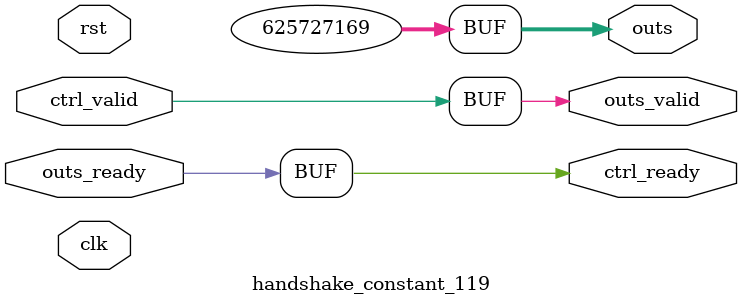
<source format=v>
`timescale 1ns / 1ps
module handshake_constant_119 #(
  parameter DATA_WIDTH = 32  // Default set to 32 bits
) (
  input                       clk,
  input                       rst,
  // Input Channel
  input                       ctrl_valid,
  output                      ctrl_ready,
  // Output Channel
  output [DATA_WIDTH - 1 : 0] outs,
  output                      outs_valid,
  input                       outs_ready
);
  assign outs       = 37'b0110100100101010010111101011011000001;
  assign outs_valid = ctrl_valid;
  assign ctrl_ready = outs_ready;

endmodule

</source>
